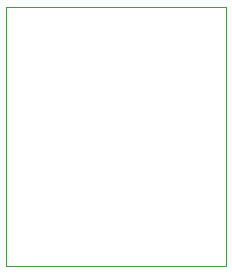
<source format=gbr>
%TF.GenerationSoftware,Altium Limited,Altium Designer,22.7.1 (60)*%
G04 Layer_Color=0*
%FSLAX45Y45*%
%MOMM*%
%TF.SameCoordinates,04235CBA-543E-4B11-AFE6-CF9E8B66919D*%
%TF.FilePolarity,Positive*%
%TF.FileFunction,Profile,NP*%
%TF.Part,Single*%
G01*
G75*
%TA.AperFunction,Profile*%
%ADD36C,0.02540*%
D36*
X9309100Y6273800D02*
X11176000D01*
Y8470900D01*
X9309100D01*
Y6273800D01*
%TF.MD5,823cafa2235391e1a342bceeaa31e7a8*%
M02*

</source>
